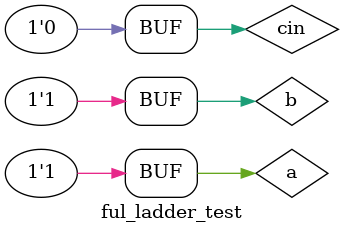
<source format=v>
`timescale 1ns / 1ps

module ful_ladder_test;

	// Inputs
	reg a;
	reg b;
	reg cin;

	// Outputs
	wire s;
	wire cout;

	// Instantiate the Unit Under Test (UUT)
	full_adder uut (
		.a(a), 
		.b(b), 
		.cin(cin), 
		.s(s), 
		.cout(cout)
	);

	initial begin
		// Initialize Inputs
		a = 1;
		b = 1;
		cin = 0;

		// Wait 100 ns for global reset to finish
		#100;
        
		// Add stimulus here

	end
      
endmodule


</source>
